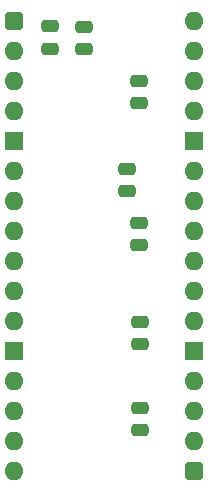
<source format=gbs>
%TF.GenerationSoftware,KiCad,Pcbnew,9.0.4*%
%TF.CreationDate,2025-09-19T17:19:59+02:00*%
%TF.ProjectId,Processor Small Device,50726f63-6573-4736-9f72-20536d616c6c,V0*%
%TF.SameCoordinates,Original*%
%TF.FileFunction,Soldermask,Bot*%
%TF.FilePolarity,Negative*%
%FSLAX46Y46*%
G04 Gerber Fmt 4.6, Leading zero omitted, Abs format (unit mm)*
G04 Created by KiCad (PCBNEW 9.0.4) date 2025-09-19 17:19:59*
%MOMM*%
%LPD*%
G01*
G04 APERTURE LIST*
G04 Aperture macros list*
%AMRoundRect*
0 Rectangle with rounded corners*
0 $1 Rounding radius*
0 $2 $3 $4 $5 $6 $7 $8 $9 X,Y pos of 4 corners*
0 Add a 4 corners polygon primitive as box body*
4,1,4,$2,$3,$4,$5,$6,$7,$8,$9,$2,$3,0*
0 Add four circle primitives for the rounded corners*
1,1,$1+$1,$2,$3*
1,1,$1+$1,$4,$5*
1,1,$1+$1,$6,$7*
1,1,$1+$1,$8,$9*
0 Add four rect primitives between the rounded corners*
20,1,$1+$1,$2,$3,$4,$5,0*
20,1,$1+$1,$4,$5,$6,$7,0*
20,1,$1+$1,$6,$7,$8,$9,0*
20,1,$1+$1,$8,$9,$2,$3,0*%
G04 Aperture macros list end*
%ADD10RoundRect,0.400000X-0.400000X-0.400000X0.400000X-0.400000X0.400000X0.400000X-0.400000X0.400000X0*%
%ADD11O,1.600000X1.600000*%
%ADD12R,1.600000X1.600000*%
%ADD13RoundRect,0.250000X-0.475000X0.250000X-0.475000X-0.250000X0.475000X-0.250000X0.475000X0.250000X0*%
G04 APERTURE END LIST*
D10*
%TO.C,J1*%
X0Y0D03*
D11*
X0Y-2540000D03*
X0Y-5080000D03*
X0Y-7620000D03*
D12*
X0Y-10160000D03*
D11*
X0Y-12700000D03*
X0Y-15240000D03*
X0Y-17780000D03*
X0Y-20320000D03*
X0Y-22860000D03*
X0Y-25400000D03*
D12*
X0Y-27940000D03*
D11*
X0Y-30480000D03*
X0Y-33020000D03*
X0Y-35560000D03*
X0Y-38100000D03*
D10*
X15240000Y-38100000D03*
D11*
X15240000Y-35560000D03*
X15240000Y-33020000D03*
X15240000Y-30480000D03*
D12*
X15240000Y-27940000D03*
D11*
X15240000Y-25400000D03*
X15240000Y-22860000D03*
X15240000Y-20320000D03*
X15240000Y-17780000D03*
X15240000Y-15240000D03*
X15240000Y-12700000D03*
D12*
X15240000Y-10160000D03*
D11*
X15240000Y-7620000D03*
X15240000Y-5080000D03*
X15240000Y-2540000D03*
X15240000Y0D03*
%TD*%
D13*
%TO.C,C14*%
X10541000Y-17100000D03*
X10541000Y-19000000D03*
%TD*%
%TO.C,C2*%
X10668000Y-32766000D03*
X10668000Y-34666000D03*
%TD*%
%TO.C,C16*%
X10541000Y-5067800D03*
X10541000Y-6967800D03*
%TD*%
%TO.C,C10*%
X3006000Y-458000D03*
X3006000Y-2358000D03*
%TD*%
%TO.C,C11*%
X5927000Y-524000D03*
X5927000Y-2424000D03*
%TD*%
%TO.C,C15*%
X9525000Y-12528000D03*
X9525000Y-14428000D03*
%TD*%
%TO.C,C1*%
X10668000Y-25482000D03*
X10668000Y-27382000D03*
%TD*%
M02*

</source>
